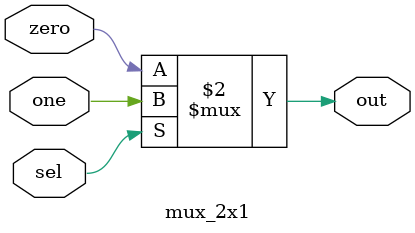
<source format=v>
module mux_2x1(
    input zero,
    input one,
    input sel,
    output out
);

    assign out = (sel == 1'b0) ? zero : one;

endmodule
</source>
